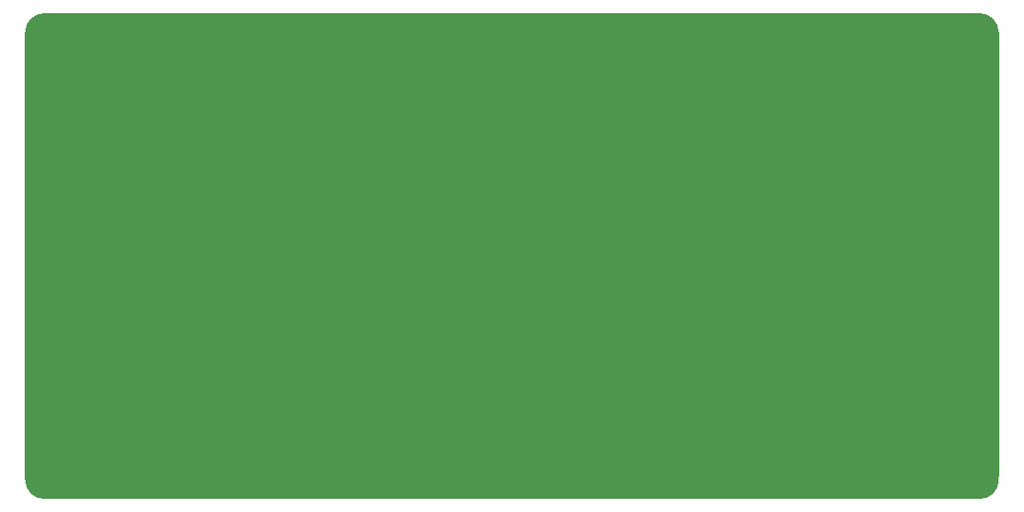
<source format=gbr>
G04 DipTrace 2.4.0.2*
%INBoard.gbr*%
%MOIN*%
%ADD11C,0.0055*%
%FSLAX44Y44*%
G04*
G70*
G90*
G75*
G01*
%LNBoardPoly*%
%LPD*%
G36*
X4724Y3937D2*
D11*
X42520D1*
G03X43307Y4724I0J787D01*
G01*
Y22835D1*
G03X42520Y23622I-787J0D01*
G01*
X4724D1*
G03X3937Y22835I0J-787D01*
G01*
Y4724D1*
G03X4724Y3937I787J0D01*
G01*
G37*
M02*

</source>
